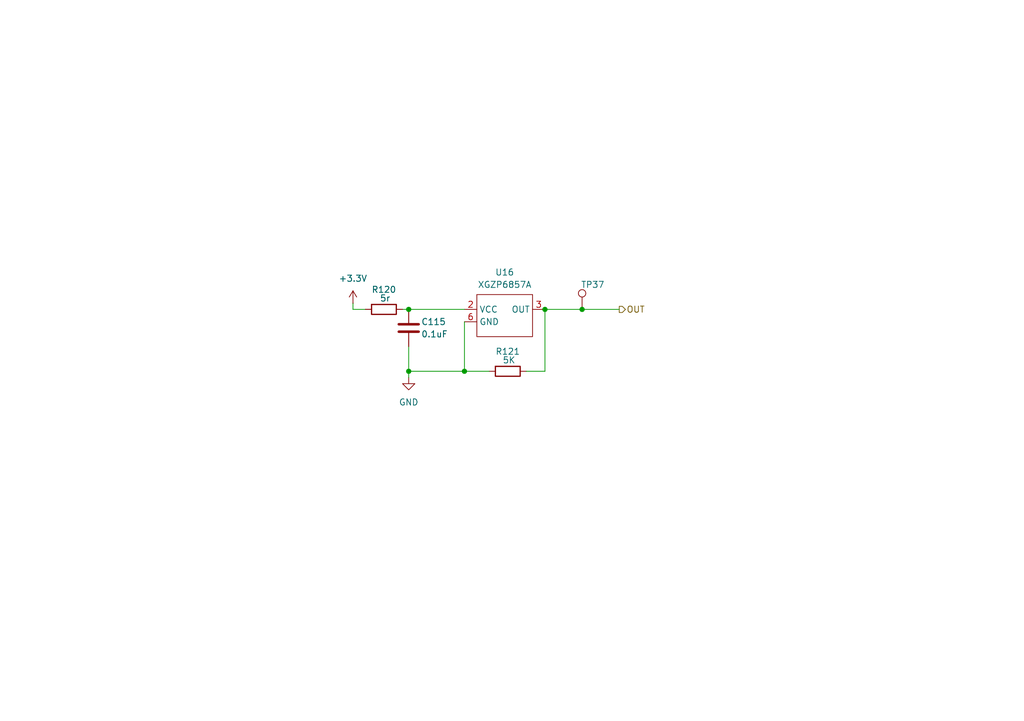
<source format=kicad_sch>
(kicad_sch (version 20231120) (generator "eeschema") (generator_version "8.0")
  (paper "A5")
  (lib_symbols
    (symbol "PnP_Mother_Board:+3.3V" (power) (pin_numbers hide) (pin_names (offset 0) hide)
      (property "Value" "+3.3V" (at 0 3.556 0))
      (symbol "+3.3V_0_1"
        (polyline (pts (xy -0.762 1.27) (xy 0 2.54)))
        (polyline (pts (xy 0 0) (xy 0 2.54)))
        (polyline (pts (xy 0 2.54) (xy 0.762 1.27)))
      )
      (symbol "+3.3V_1_1"
        (pin power_in line (at 0 0 90) (length 0) (name "~") (number "1"))
      )
    )
    (symbol "PnP_Mother_Board:C" (pin_numbers hide) (pin_names (offset 0.254))
      (property "Reference" "C" (at 0.635 2.54 0))
      (property "Value" "C" (at 0.635 -2.54 0))
      (symbol "C_0_1"
        (polyline (pts (xy -2.032 -0.762) (xy 2.032 -0.762)) (stroke (width 0.508)))
        (polyline (pts (xy -2.032 0.762) (xy 2.032 0.762)) (stroke (width 0.508)))
      )
      (symbol "C_1_1"
        (pin passive line (at 0 3.81 270) (length 2.794) (name "~") (number "1"))
        (pin passive line (at 0 -3.81 90) (length 2.794) (name "~") (number "2"))
      )
    )
    (symbol "PnP_Mother_Board:GND" (power) (pin_numbers hide) (pin_names (offset 0) hide)
      (property "Value" "GND" (at 0 -3.81 0))
      (symbol "GND_0_1"
        (polyline (pts (xy 0 0) (xy 0 -1.27) (xy 1.27 -1.27) (xy 0 -2.54) (xy -1.27 -1.27) (xy 0 -1.27)))
      )
      (symbol "GND_1_1"
        (pin power_in line (at 0 0 270) (length 0) (name "~") (number "1"))
      )
    )
    (symbol "PnP_Mother_Board:R" (pin_numbers hide) (pin_names (offset 0))
      (property "Reference" "R" (at 2.032 0 90))
      (property "Value" "R" (at 0 0 90))
      (symbol "R_0_1"
        (rectangle (start -1.016 -2.54) (end 1.016 2.54) (stroke (width 0.254)))
      )
      (symbol "R_1_1"
        (pin passive line (at 0 3.81 270) (length 1.27) (name "~") (number "1"))
        (pin passive line (at 0 -3.81 90) (length 1.27) (name "~") (number "2"))
      )
    )
    (symbol "PnP_Mother_Board:TestPoint" (pin_numbers hide) (pin_names (offset 0.762) hide)
      (property "Reference" "TP" (at 0 6.858 0))
      (property "Value" "TestPoint" (at 0 5.08 0))
      (symbol "TestPoint_0_1"
        (circle (center 0 3.302) (radius 0.762))
      )
      (symbol "TestPoint_1_1"
        (pin passive line (at 0 0 90) (length 2.54) (name "1") (number "1"))
      )
    )
    (symbol "PnP_Mother_Board:XGZP6857A100KPGPN33" (in_bom no) (on_board no)
      (property "Reference" "U" (at 3.302 0.254 0))
      (property "Value" "XGZP6857A" (at 0 0 0))
      (symbol "XGZP6857A100KPGPN33_0_1"
        (rectangle (start -2.54 -0.762) (end 8.89 -9.398))
      )
      (symbol "XGZP6857A100KPGPN33_1_1"
        (pin input line (at -5.08 -3.81 0) (length 2.54) (name "VCC") (number "2"))
        (pin output line (at 11.43 -3.81 180) (length 2.54) (name "OUT") (number "3"))
        (pin input line (at -5.08 -6.35 0) (length 2.54) (name "GND") (number "6"))
      )
    )
  )
  (junction (at 119.38 63.5))
  (junction (at 83.82 76.2))
  (junction (at 83.82 63.5))
  (junction (at 111.76 63.5))
  (junction (at 95.25 76.2))
  (wire (pts (xy 83.82 76.2) (xy 95.25 76.2)))
  (wire (pts (xy 107.95 76.2) (xy 111.76 76.2)))
  (wire (pts (xy 72.39 63.5) (xy 72.39 62.23)))
  (wire (pts (xy 82.55 63.5) (xy 83.82 63.5)))
  (wire (pts (xy 83.82 71.12) (xy 83.82 76.2)))
  (wire (pts (xy 119.38 63.5) (xy 127 63.5)))
  (wire (pts (xy 95.25 66.04) (xy 95.25 76.2)))
  (wire (pts (xy 83.82 63.5) (xy 95.25 63.5)))
  (wire (pts (xy 111.76 76.2) (xy 111.76 63.5)))
  (wire (pts (xy 95.25 76.2) (xy 100.33 76.2)))
  (wire (pts (xy 111.76 63.5) (xy 119.38 63.5)))
  (wire (pts (xy 83.82 76.2) (xy 83.82 77.47)))
  (wire (pts (xy 74.93 63.5) (xy 72.39 63.5)))
  (hierarchical_label "OUT" (shape output) (at 127 63.5 0))
  (symbol (lib_id "PnP_Mother_Board:R") (at 104.14 76.2 90) (unit 1)
    (property "Reference" "R121" (at 104.14 72.136 90))
    (property "Value" "5K" (at 104.394 73.914 90))
    (property "Footprint" "Resistor_SMD:R_0805_2012Metric_Pad1.20x1.40mm_HandSolder" (effects (hide yes)))
    (property "Description" "Resistor" (effects (hide yes)))
    (instances (project "PnP_Mother_Board" (path "" (reference "R121") (unit 1)) (path "" (reference "R101") (unit 1))))
  )
  (symbol (lib_id "PnP_Mother_Board:C") (at 83.82 67.31 0) (unit 1)
    (property "Reference" "C115" (at 86.36 66.04 0) (effects (justify left)))
    (property "Value" "0.1uF" (at 86.36 68.58 0) (effects (justify left)))
    (property "Footprint" "Capacitor_SMD:C_0805_2012Metric_Pad1.18x1.45mm_HandSolder" (effects (hide yes)))
    (property "Description" "Unpolarized capacitor" (effects (hide yes)))
    (instances (project "PnP_Mother_Board" (path "" (reference "C115") (unit 1)) (path "" (reference "C112") (unit 1))))
  )
  (symbol (lib_id "PnP_Mother_Board:GND") (at 83.82 77.47 0) (unit 1)
    (property "Reference" "#PWR0170" (effects (hide yes)))
    (property "Value" "GND" (at 83.82 82.55 0))
    (property "Description" "Power symbol creates a global label with name \"GND\" , ground" (effects (hide yes)))
    (instances (project "PnP_Mother_Board" (path "" (reference "#PWR0170") (unit 1)) (path "" (reference "#PWR0154") (unit 1))))
  )
  (symbol (lib_id "PnP_Mother_Board:+3.3V") (at 72.39 62.23 0) (unit 1)
    (property "Reference" "#PWR0169" (effects (hide yes)))
    (property "Value" "+3.3V" (at 72.39 57.15 0))
    (property "Description" "Power symbol creates a global label with name \"+3.3V\"" (effects (hide yes)))
    (instances (project "PnP_Mother_Board" (path "" (reference "#PWR0169") (unit 1)) (path "" (reference "#PWR0153") (unit 1))))
  )
  (symbol (lib_id "PnP_Mother_Board:TestPoint") (at 119.38 63.5 0) (unit 1)
    (property "Reference" "TP37" (at 119.126 58.42 0) (effects (justify left)))
    (property "Value" "TestPoint" (effects (hide yes)))
    (property "Footprint" "TestPoint:TestPoint_Pad_D2.0mm" (effects (hide yes)))
    (property "Description" "test point" (effects (hide yes)))
    (instances (project "PnP_Mother_Board" (path "" (reference "TP37") (unit 1)) (path "" (reference "TP34") (unit 1))))
  )
  (symbol (lib_id "PnP_Mother_Board:XGZP6857A100KPGPN33") (at 100.33 59.69 0) (unit 1) (in_bom no) (on_board no)
    (property "Reference" "U16" (at 103.505 55.88 0))
    (property "Value" "XGZP6857A" (at 103.505 58.42 0))
    (property "Footprint" "Package_DIP:DIP-6_W7.62mm" (effects (hide yes)))
    (property "Datasheet" "https://m.eleparts.co.kr/data/goods_attach/202306/good-pdf-12766863-1.pdf" (effects (hide yes)))
    (instances (project "" (path "" (reference "U16") (unit 1)) (path "" (reference "U14") (unit 1))))
  )
  (symbol (lib_id "PnP_Mother_Board:R") (at 78.74 63.5 90) (unit 1)
    (property "Reference" "R120" (at 78.74 59.436 90))
    (property "Value" "5r" (at 78.994 61.214 90))
    (property "Footprint" "Resistor_SMD:R_0805_2012Metric_Pad1.20x1.40mm_HandSolder" (effects (hide yes)))
    (property "Description" "Resistor" (effects (hide yes)))
    (instances (project "PnP_Mother_Board" (path "" (reference "R120") (unit 1)) (path "" (reference "R100") (unit 1))))
  )
)
</source>
